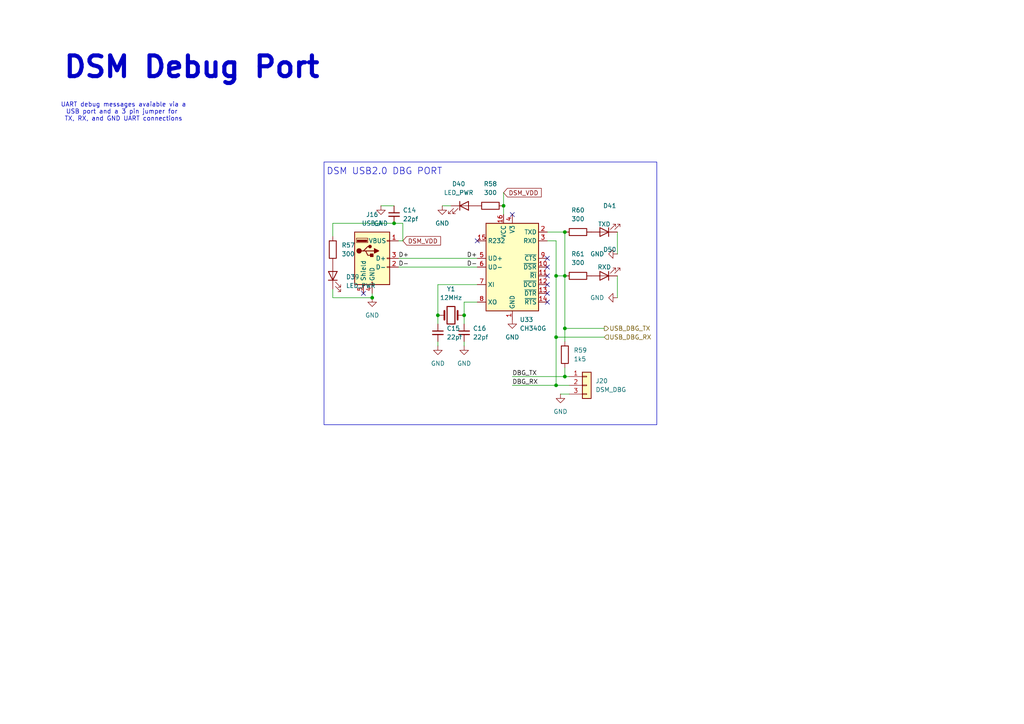
<source format=kicad_sch>
(kicad_sch (version 20250114) (generator "eeschema") (generator_version "9.0")
  (paper "A4")
  (title_block (date "2025-06") (rev "2"))
  (lib_symbols
    (symbol "Connector:USB_A" (pin_names (offset 1.016))
      (property "Reference" "J" (at -5.08 11.43 0))
      (property "Value" "USB_A" (at -5.08 8.89 0))
      (symbol "USB_A_0_1"
        (rectangle (start -5.08 -7.62) (end 5.08 7.62) (stroke (width 0.254)) (fill (type background)))
        (circle (center -3.81 2.159) (radius 0.635) (stroke (width 0.254)) (fill (type outline)))
        (polyline (pts (xy -3.175 2.159) (xy -2.54 2.159) (xy -1.27 3.429) (xy -0.635 3.429)) (stroke (width 0.254)))
        (polyline (pts (xy -2.54 2.159) (xy -1.905 2.159) (xy -1.27 0.889) (xy 0 0.889)) (stroke (width 0.254)))
        (rectangle (start -1.524 4.826) (end -4.318 5.334) (fill (type outline)))
        (rectangle (start -1.27 4.572) (end -4.572 5.842))
        (circle (center -0.635 3.429) (radius 0.381) (stroke (width 0.254)) (fill (type outline)))
        (rectangle (start -0.127 -7.62) (end 0.127 -6.858))
        (rectangle (start 0.254 1.27) (end -0.508 0.508) (stroke (width 0.254)) (fill (type outline)))
        (polyline (pts (xy 0.635 2.794) (xy 0.635 1.524) (xy 1.905 2.159) (xy 0.635 2.794)) (stroke (width 0.254)) (fill (type outline)))
        (rectangle (start 5.08 4.953) (end 4.318 5.207))
        (rectangle (start 5.08 -0.127) (end 4.318 0.127))
        (rectangle (start 5.08 -2.667) (end 4.318 -2.413))
      )
      (symbol "USB_A_1_1"
        (polyline (pts (xy -1.905 2.159) (xy 0.635 2.159)) (stroke (width 0.254)))
        (pin passive line (at -2.54 -10.16 90) (length 2.54) (name "Shield") (number "5"))
        (pin power_in line (at 0 -10.16 90) (length 2.54) (name "GND") (number "4"))
        (pin power_in line (at 7.62 5.08 180) (length 2.54) (name "VBUS") (number "1"))
        (pin bidirectional line (at 7.62 0 180) (length 2.54) (name "D+") (number "3"))
        (pin bidirectional line (at 7.62 -2.54 180) (length 2.54) (name "D-") (number "2"))
      )
    )
    (symbol "Connector_Generic:Conn_01x03" (pin_names (offset 1.016) (hide yes))
      (property "Reference" "J" (at 0 5.08 0))
      (property "Value" "Conn_01x03" (at 0 -5.08 0))
      (symbol "Conn_01x03_1_1"
        (rectangle (start -1.27 3.81) (end 1.27 -3.81) (stroke (width 0.254)) (fill (type background)))
        (rectangle (start -1.27 2.667) (end 0 2.413) (stroke (width 0.1524)))
        (rectangle (start -1.27 0.127) (end 0 -0.127) (stroke (width 0.1524)))
        (rectangle (start -1.27 -2.413) (end 0 -2.667) (stroke (width 0.1524)))
        (pin passive line (at -5.08 2.54 0) (length 3.81) (name "Pin_1") (number "1"))
        (pin passive line (at -5.08 0 0) (length 3.81) (name "Pin_2") (number "2"))
        (pin passive line (at -5.08 -2.54 0) (length 3.81) (name "Pin_3") (number "3"))
      )
    )
    (symbol "Device:C_Small" (pin_numbers (hide yes)) (pin_names (offset 0.254) (hide yes))
      (property "Reference" "C" (at 0.254 1.778 0))
      (property "Value" "C_Small" (at 0.254 -2.032 0))
      (symbol "C_Small_0_1"
        (polyline (pts (xy -1.524 0.508) (xy 1.524 0.508)) (stroke (width 0.3048)))
        (polyline (pts (xy -1.524 -0.508) (xy 1.524 -0.508)) (stroke (width 0.3302)))
      )
      (symbol "C_Small_1_1"
        (pin passive line (at 0 2.54 270) (length 2.032) (name "~") (number "1"))
        (pin passive line (at 0 -2.54 90) (length 2.032) (name "~") (number "2"))
      )
    )
    (symbol "Device:Crystal" (pin_numbers (hide yes)) (pin_names (offset 1.016) (hide yes))
      (property "Reference" "Y" (at 0 3.81 0))
      (property "Value" "Crystal" (at 0 -3.81 0))
      (symbol "Crystal_0_1"
        (polyline (pts (xy -2.54 0) (xy -1.905 0)))
        (polyline (pts (xy -1.905 -1.27) (xy -1.905 1.27)) (stroke (width 0.508)))
        (rectangle (start -1.143 2.54) (end 1.143 -2.54) (stroke (width 0.3048)))
        (polyline (pts (xy 1.905 -1.27) (xy 1.905 1.27)) (stroke (width 0.508)))
        (polyline (pts (xy 2.54 0) (xy 1.905 0)))
      )
      (symbol "Crystal_1_1"
        (pin passive line (at -3.81 0 0) (length 1.27) (name "1") (number "1"))
        (pin passive line (at 3.81 0 180) (length 1.27) (name "2") (number "2"))
      )
    )
    (symbol "Device:LED" (pin_numbers (hide yes)) (pin_names (offset 1.016) (hide yes))
      (property "Reference" "D" (at 0 2.54 0))
      (property "Value" "LED" (at 0 -2.54 0))
      (symbol "LED_0_1"
        (polyline (pts (xy -3.048 -0.762) (xy -4.572 -2.286) (xy -3.81 -2.286) (xy -4.572 -2.286) (xy -4.572 -1.524)))
        (polyline (pts (xy -1.778 -0.762) (xy -3.302 -2.286) (xy -2.54 -2.286) (xy -3.302 -2.286) (xy -3.302 -1.524)))
        (polyline (pts (xy -1.27 0) (xy 1.27 0)))
        (polyline (pts (xy -1.27 -1.27) (xy -1.27 1.27)) (stroke (width 0.254)))
        (polyline (pts (xy 1.27 -1.27) (xy 1.27 1.27) (xy -1.27 0) (xy 1.27 -1.27)) (stroke (width 0.254)))
      )
      (symbol "LED_1_1"
        (pin passive line (at -3.81 0 0) (length 2.54) (name "K") (number "1"))
        (pin passive line (at 3.81 0 180) (length 2.54) (name "A") (number "2"))
      )
    )
    (symbol "Device:R" (pin_numbers (hide yes)) (pin_names (offset 0))
      (property "Reference" "R" (at 2.032 0 90))
      (property "Value" "R" (at 0 0 90))
      (symbol "R_0_1"
        (rectangle (start -1.016 -2.54) (end 1.016 2.54) (stroke (width 0.254)))
      )
      (symbol "R_1_1"
        (pin passive line (at 0 3.81 270) (length 1.27) (name "~") (number "1"))
        (pin passive line (at 0 -3.81 90) (length 1.27) (name "~") (number "2"))
      )
    )
    (symbol "Interface_USB:CH340G"
      (property "Reference" "U" (at -5.08 13.97 0))
      (property "Value" "CH340G" (at 1.27 13.97 0))
      (symbol "CH340G_0_1"
        (rectangle (start -7.62 12.7) (end 7.62 -12.7) (stroke (width 0.254)) (fill (type background)))
      )
      (symbol "CH340G_1_1"
        (pin input line (at -10.16 7.62 0) (length 2.54) (name "R232") (number "15"))
        (pin bidirectional line (at -10.16 2.54 0) (length 2.54) (name "UD+") (number "5"))
        (pin bidirectional line (at -10.16 0 0) (length 2.54) (name "UD-") (number "6"))
        (pin input line (at -10.16 -5.08 0) (length 2.54) (name "XI") (number "7"))
        (pin output line (at -10.16 -10.16 0) (length 2.54) (name "XO") (number "8"))
        (pin power_in line (at -2.54 15.24 270) (length 2.54) (name "VCC") (number "16"))
        (pin power_out line (at 0 15.24 270) (length 2.54) (name "V3") (number "4"))
        (pin power_in line (at 0 -15.24 90) (length 2.54) (name "GND") (number "1"))
        (pin output line (at 10.16 10.16 180) (length 2.54) (name "TXD") (number "2"))
        (pin input line (at 10.16 7.62 180) (length 2.54) (name "RXD") (number "3"))
        (pin input line (at 10.16 2.54 180) (length 2.54) (name "~{CTS}") (number "9"))
        (pin input line (at 10.16 0 180) (length 2.54) (name "~{DSR}") (number "10"))
        (pin input line (at 10.16 -2.54 180) (length 2.54) (name "~{RI}") (number "11"))
        (pin input line (at 10.16 -5.08 180) (length 2.54) (name "~{DCD}") (number "12"))
        (pin output line (at 10.16 -7.62 180) (length 2.54) (name "~{DTR}") (number "13"))
        (pin output line (at 10.16 -10.16 180) (length 2.54) (name "~{RTS}") (number "14"))
      )
    )
    (symbol "power:GND" (power) (pin_numbers (hide yes)) (pin_names (offset 0) (hide yes))
      (property "Value" "GND" (at 0 -3.81 0))
      (symbol "GND_0_1"
        (polyline (pts (xy 0 0) (xy 0 -1.27) (xy 1.27 -1.27) (xy 0 -2.54) (xy -1.27 -1.27) (xy 0 -1.27)))
      )
      (symbol "GND_1_1"
        (pin power_in line (at 0 0 270) (length 0) (name "~") (number "1"))
      )
    )
  )
  (rectangle (start 93.98 46.99) (end 190.5 123.19))
  (text "DSM Debug Port" (at 18.034 23.114 0) (effects (font (size 5.9944 5.9944) (thickness 1.1989) (bold yes)) (justify left bottom)))
  (text "UART debug messages avaiable via a\nUSB port and a 3 pin jumper for \nTX, RX, and GND UART connections" (at 35.814 32.512 0) (effects (font (size 1.27 1.27))))
  (text "DSM USB2.0 DBG PORT" (at 111.506 49.784 0) (effects (font (size 1.905 1.905))))
  (junction (at 163.83 109.22))
  (junction (at 146.05 59.69))
  (junction (at 163.83 80.01))
  (junction (at 134.62 91.44))
  (junction (at 127 91.44))
  (junction (at 163.83 67.31))
  (junction (at 114.3 64.77))
  (junction (at 161.29 80.01))
  (junction (at 163.83 95.25))
  (junction (at 161.29 111.76))
  (junction (at 107.95 86.36))
  (junction (at 161.29 97.79))
  (no_connect (at 148.59 62.23))
  (no_connect (at 158.75 74.93))
  (no_connect (at 158.75 80.01))
  (no_connect (at 158.75 85.09))
  (no_connect (at 158.75 87.63))
  (no_connect (at 138.43 69.85))
  (no_connect (at 158.75 82.55))
  (no_connect (at 105.41 85.09))
  (no_connect (at 158.75 77.47))
  (wire (pts (xy 110.49 59.69) (xy 114.3 59.69)))
  (wire (pts (xy 127 82.55) (xy 127 91.44)))
  (wire (pts (xy 179.07 80.01) (xy 179.07 86.36)))
  (wire (pts (xy 148.59 109.22) (xy 163.83 109.22)))
  (wire (pts (xy 127 99.06) (xy 127 100.33)))
  (wire (pts (xy 161.29 80.01) (xy 163.83 80.01)))
  (wire (pts (xy 134.62 91.44) (xy 134.62 93.98)))
  (wire (pts (xy 161.29 111.76) (xy 165.1 111.76)))
  (wire (pts (xy 161.29 97.79) (xy 161.29 111.76)))
  (wire (pts (xy 163.83 80.01) (xy 163.83 95.25)))
  (wire (pts (xy 146.05 55.88) (xy 146.05 59.69)))
  (wire (pts (xy 115.57 77.47) (xy 138.43 77.47)))
  (wire (pts (xy 115.57 74.93) (xy 138.43 74.93)))
  (wire (pts (xy 96.52 64.77) (xy 96.52 68.58)))
  (wire (pts (xy 116.84 69.85) (xy 115.57 69.85)))
  (wire (pts (xy 127 91.44) (xy 127 93.98)))
  (wire (pts (xy 161.29 80.01) (xy 161.29 97.79)))
  (wire (pts (xy 116.84 64.77) (xy 116.84 69.85)))
  (wire (pts (xy 158.75 67.31) (xy 163.83 67.31)))
  (wire (pts (xy 134.62 87.63) (xy 134.62 91.44)))
  (wire (pts (xy 96.52 64.77) (xy 114.3 64.77)))
  (wire (pts (xy 96.52 86.36) (xy 96.52 83.82)))
  (wire (pts (xy 162.56 114.3) (xy 165.1 114.3)))
  (wire (pts (xy 134.62 99.06) (xy 134.62 100.33)))
  (wire (pts (xy 163.83 109.22) (xy 165.1 109.22)))
  (wire (pts (xy 114.3 64.77) (xy 116.84 64.77)))
  (wire (pts (xy 127 82.55) (xy 138.43 82.55)))
  (wire (pts (xy 179.07 67.31) (xy 179.07 73.66)))
  (wire (pts (xy 128.27 59.69) (xy 130.81 59.69)))
  (wire (pts (xy 163.83 106.68) (xy 163.83 109.22)))
  (wire (pts (xy 161.29 97.79) (xy 175.26 97.79)))
  (wire (pts (xy 146.05 59.69) (xy 146.05 62.23)))
  (wire (pts (xy 163.83 95.25) (xy 175.26 95.25)))
  (wire (pts (xy 163.83 67.31) (xy 163.83 80.01)))
  (wire (pts (xy 161.29 69.85) (xy 161.29 80.01)))
  (wire (pts (xy 107.95 86.36) (xy 107.95 85.09)))
  (wire (pts (xy 107.95 86.36) (xy 96.52 86.36)))
  (wire (pts (xy 158.75 69.85) (xy 161.29 69.85)))
  (wire (pts (xy 134.62 87.63) (xy 138.43 87.63)))
  (wire (pts (xy 148.59 111.76) (xy 161.29 111.76)))
  (wire (pts (xy 163.83 95.25) (xy 163.83 99.06)))
  (label "DBG_RX" (at 148.59 111.76 0))
  (label "DBG_TX" (at 148.59 109.22 0))
  (label "D-" (at 138.43 77.47 180))
  (label "D+" (at 115.57 74.93 0))
  (label "D+" (at 138.43 74.93 180))
  (label "D-" (at 115.57 77.47 0))
  (global_label "DSM_VDD" (shape input) (at 146.05 55.88 0) (property "Intersheetrefs" "${INTERSHEET_REFS}" (effects (hide yes))))
  (global_label "DSM_VDD" (shape input) (at 116.84 69.85 0) (property "Intersheetrefs" "${INTERSHEET_REFS}" (effects (hide yes))))
  (hierarchical_label "USB_DBG_RX" (shape input) (at 175.26 97.79 0))
  (hierarchical_label "USB_DBG_TX" (shape output) (at 175.26 95.25 0))
  (symbol (lib_id "Device:C_Small") (at 127 96.52 0) (unit 1)
    (property "Reference" "C15" (at 129.54 95.2562 0) (effects (justify left)))
    (property "Value" "22pf" (at 129.54 97.7962 0) (effects (justify left)))
    (property "Footprint" "Capacitor_SMD:C_0805_2012Metric" (effects (hide yes)))
    (property "Description" "Unpolarized capacitor, small symbol" (effects (hide yes)))
  )
  (symbol (lib_id "Device:Crystal") (at 130.81 91.44 0) (unit 1)
    (property "Reference" "Y1" (at 130.81 83.82 0))
    (property "Value" "12MHz" (at 130.81 86.36 0))
    (property "Footprint" "Crystal:Crystal_HC49-4H_Vertical" (effects (hide yes)))
    (property "Description" "Two pin crystal" (effects (hide yes)))
  )
  (symbol (lib_id "Device:C_Small") (at 134.62 96.52 0) (unit 1)
    (property "Reference" "C16" (at 137.16 95.2562 0) (effects (justify left)))
    (property "Value" "22pf" (at 137.16 97.7962 0) (effects (justify left)))
    (property "Footprint" "Capacitor_SMD:C_0805_2012Metric" (effects (hide yes)))
    (property "Description" "Unpolarized capacitor, small symbol" (effects (hide yes)))
  )
  (symbol (lib_id "Device:C_Small") (at 114.3 62.23 0) (unit 1)
    (property "Reference" "C14" (at 116.84 60.9662 0) (effects (justify left)))
    (property "Value" "22pf" (at 116.84 63.5062 0) (effects (justify left)))
    (property "Footprint" "Capacitor_SMD:C_0805_2012Metric" (effects (hide yes)))
    (property "Description" "Unpolarized capacitor, small symbol" (effects (hide yes)))
  )
  (symbol (lib_id "Device:R") (at 142.24 59.69 90) (unit 1)
    (property "Reference" "R58" (at 142.24 53.34 90))
    (property "Value" "300" (at 142.24 55.88 90))
    (property "Footprint" "Resistor_SMD:R_0805_2012Metric_Pad1.20x1.40mm_HandSolder" (effects (hide yes)))
    (property "Description" "Resistor" (effects (hide yes)))
    (property "DigiKey_Part_Number" "311-10.0KCRCT-ND" (effects (hide yes)))
    (property "Price" "0.0129" (effects (hide yes)))
  )
  (symbol (lib_id "power:GND") (at 134.62 100.33 0) (mirror y) (unit 1)
    (property "Reference" "#PWR0120" (effects (hide yes)))
    (property "Value" "GND" (at 134.62 105.41 0))
    (property "Description" "Power symbol creates a global label with name \"GND\" , ground" (effects (hide yes)))
  )
  (symbol (lib_id "Device:R") (at 96.52 72.39 180) (unit 1)
    (property "Reference" "R57" (at 99.06 71.1199 0) (effects (justify right)))
    (property "Value" "300" (at 99.06 73.6599 0) (effects (justify right)))
    (property "Footprint" "Resistor_SMD:R_0805_2012Metric_Pad1.20x1.40mm_HandSolder" (effects (hide yes)))
    (property "Description" "Resistor" (effects (hide yes)))
    (property "DigiKey_Part_Number" "311-10.0KCRCT-ND" (effects (hide yes)))
    (property "Price" "0.0129" (effects (hide yes)))
  )
  (symbol (lib_id "Device:LED") (at 175.26 80.01 180) (unit 1)
    (property "Reference" "D50" (at 176.8475 72.39 0))
    (property "Value" "RXD" (at 175.26 77.47 0))
    (property "Footprint" "LED_SMD:LED_0603_1608Metric" (effects (hide yes)))
    (property "Description" "Light emitting diode" (effects (hide yes)))
    (property "Sim.Pins" "1=K 2=A" (effects (hide yes)))
  )
  (symbol (lib_id "power:GND") (at 110.49 59.69 0) (unit 1)
    (property "Reference" "#PWR0111" (effects (hide yes)))
    (property "Value" "GND" (at 110.49 64.77 0))
    (property "Description" "Power symbol creates a global label with name \"GND\" , ground" (effects (hide yes)))
  )
  (symbol (lib_id "Connector_Generic:Conn_01x03") (at 170.18 111.76 0) (unit 1)
    (property "Reference" "J20" (at 172.72 110.4899 0) (effects (justify left)))
    (property "Value" "DSM_DBG" (at 172.72 113.0299 0) (effects (justify left)))
    (property "Footprint" "Connector_PinHeader_1.00mm:PinHeader_1x03_P1.00mm_Horizontal" (effects (hide yes)))
    (property "Description" "Generic connector, single row, 01x03, script generated (kicad-library-utils/schlib/autogen/connector/)" (effects (hide yes)))
  )
  (symbol (lib_id "Connector:USB_A") (at 107.95 74.93 0) (unit 1)
    (property "Reference" "J16" (at 107.95 62.23 0))
    (property "Value" "USB_A" (at 107.95 64.77 0))
    (property "Footprint" "Connector_USB:USB_A_CNCTech_1001-011-01101_Horizontal" (effects (hide yes)))
    (property "Description" "USB Type A connector" (effects (hide yes)))
  )
  (symbol (lib_id "Device:R") (at 163.83 102.87 180) (unit 1)
    (property "Reference" "R59" (at 166.37 101.5999 0) (effects (justify right)))
    (property "Value" "1k5" (at 166.37 104.1399 0) (effects (justify right)))
    (property "Footprint" "Resistor_SMD:R_0805_2012Metric_Pad1.20x1.40mm_HandSolder" (effects (hide yes)))
    (property "Description" "Resistor" (effects (hide yes)))
    (property "DigiKey_Part_Number" "311-10.0KCRCT-ND" (effects (hide yes)))
    (property "Price" "0.0129" (effects (hide yes)))
  )
  (symbol (lib_id "Device:LED") (at 96.52 80.01 90) (unit 1)
    (property "Reference" "D39" (at 100.33 80.3274 90) (effects (justify right)))
    (property "Value" "LED_PWR" (at 100.33 82.8674 90) (effects (justify right)))
    (property "Footprint" "LED_SMD:LED_0603_1608Metric" (effects (hide yes)))
    (property "Description" "Light emitting diode" (effects (hide yes)))
    (property "Sim.Pins" "1=K 2=A" (effects (hide yes)))
  )
  (symbol (lib_id "power:GND") (at 128.27 59.69 0) (mirror y) (unit 1)
    (property "Reference" "#PWR0119" (effects (hide yes)))
    (property "Value" "GND" (at 128.27 64.77 0))
    (property "Description" "Power symbol creates a global label with name \"GND\" , ground" (effects (hide yes)))
  )
  (symbol (lib_id "power:GND") (at 179.07 73.66 270) (mirror x) (unit 1)
    (property "Reference" "#PWR0135" (effects (hide yes)))
    (property "Value" "GND" (at 175.26 73.6599 90) (effects (justify right)))
    (property "Description" "Power symbol creates a global label with name \"GND\" , ground" (effects (hide yes)))
  )
  (symbol (lib_id "Device:R") (at 167.64 67.31 90) (unit 1)
    (property "Reference" "R60" (at 167.64 60.96 90))
    (property "Value" "300" (at 167.64 63.5 90))
    (property "Footprint" "Resistor_SMD:R_0805_2012Metric_Pad1.20x1.40mm_HandSolder" (effects (hide yes)))
    (property "Description" "Resistor" (effects (hide yes)))
    (property "DigiKey_Part_Number" "311-10.0KCRCT-ND" (effects (hide yes)))
    (property "Price" "0.0129" (effects (hide yes)))
  )
  (symbol (lib_id "power:GND") (at 179.07 86.36 270) (mirror x) (unit 1)
    (property "Reference" "#PWR0136" (effects (hide yes)))
    (property "Value" "GND" (at 175.26 86.3599 90) (effects (justify right)))
    (property "Description" "Power symbol creates a global label with name \"GND\" , ground" (effects (hide yes)))
  )
  (symbol (lib_id "Device:LED") (at 134.62 59.69 0) (unit 1)
    (property "Reference" "D40" (at 133.0325 53.34 0))
    (property "Value" "LED_PWR" (at 133.0325 55.88 0))
    (property "Footprint" "LED_SMD:LED_0603_1608Metric" (effects (hide yes)))
    (property "Description" "Light emitting diode" (effects (hide yes)))
    (property "Sim.Pins" "1=K 2=A" (effects (hide yes)))
  )
  (symbol (lib_id "power:GND") (at 148.59 92.71 0) (mirror y) (unit 1)
    (property "Reference" "#PWR0133" (effects (hide yes)))
    (property "Value" "GND" (at 148.59 97.79 0))
    (property "Description" "Power symbol creates a global label with name \"GND\" , ground" (effects (hide yes)))
  )
  (symbol (lib_id "Device:LED") (at 175.26 67.31 180) (unit 1)
    (property "Reference" "D41" (at 176.8475 59.69 0))
    (property "Value" "TXD" (at 175.26 65.024 0))
    (property "Footprint" "LED_SMD:LED_0603_1608Metric" (effects (hide yes)))
    (property "Description" "Light emitting diode" (effects (hide yes)))
    (property "Sim.Pins" "1=K 2=A" (effects (hide yes)))
  )
  (symbol (lib_id "power:GND") (at 127 100.33 0) (mirror y) (unit 1)
    (property "Reference" "#PWR0114" (effects (hide yes)))
    (property "Value" "GND" (at 127 105.41 0))
    (property "Description" "Power symbol creates a global label with name \"GND\" , ground" (effects (hide yes)))
  )
  (symbol (lib_id "Interface_USB:CH340G") (at 148.59 77.47 0) (unit 1)
    (property "Reference" "U33" (at 150.7333 92.71 0) (effects (justify left)))
    (property "Value" "CH340G" (at 150.7333 95.25 0) (effects (justify left)))
    (property "Footprint" "Package_SO:SOIC-16_3.9x9.9mm_P1.27mm" (effects (hide yes)))
    (property "Datasheet" "http://www.datasheet5.com/pdf-local-2195953" (effects (hide yes)))
    (property "Description" "USB serial converter, UART, SOIC-16" (effects (hide yes)))
  )
  (symbol (lib_id "power:GND") (at 107.95 86.36 0) (unit 1)
    (property "Reference" "#PWR0107" (effects (hide yes)))
    (property "Value" "GND" (at 107.95 91.44 0))
    (property "Description" "Power symbol creates a global label with name \"GND\" , ground" (effects (hide yes)))
  )
  (symbol (lib_id "power:GND") (at 162.56 114.3 0) (unit 1)
    (property "Reference" "#PWR0134" (effects (hide yes)))
    (property "Value" "GND" (at 162.56 119.38 0))
    (property "Description" "Power symbol creates a global label with name \"GND\" , ground" (effects (hide yes)))
  )
  (symbol (lib_id "Device:R") (at 167.64 80.01 90) (unit 1)
    (property "Reference" "R61" (at 167.64 73.66 90))
    (property "Value" "300" (at 167.64 76.2 90))
    (property "Footprint" "Resistor_SMD:R_0805_2012Metric_Pad1.20x1.40mm_HandSolder" (effects (hide yes)))
    (property "Description" "Resistor" (effects (hide yes)))
    (property "DigiKey_Part_Number" "311-10.0KCRCT-ND" (effects (hide yes)))
    (property "Price" "0.0129" (effects (hide yes)))
  )
)
</source>
